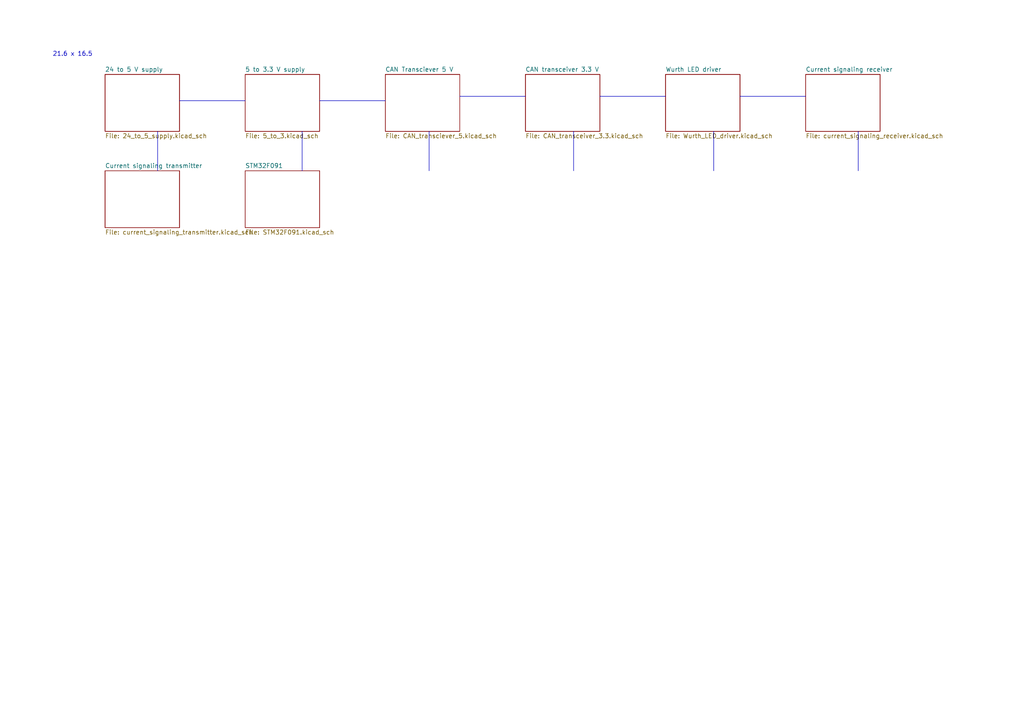
<source format=kicad_sch>
(kicad_sch
	(version 20231120)
	(generator "eeschema")
	(generator_version "8.0")
	(uuid "9805bc69-1175-4e73-a53f-b71c343de45b")
	(paper "A4")
	(title_block
		(title "Schematic Blocks")
		(date "2019-12-05")
		(rev "1.0")
		(company "KTH Formula Student")
		(comment 1 " - ")
		(comment 2 "Jordi Altayó")
		(comment 3 "jordiag@kth.se")
		(comment 4 "Top page")
	)
	(lib_symbols)
	(polyline
		(pts
			(xy 173.99 27.94) (xy 193.04 27.94)
		)
		(stroke
			(width 0)
			(type default)
		)
		(uuid "12b1f318-4814-4ef6-b8d3-aa3c9b2b270e")
	)
	(polyline
		(pts
			(xy 124.46 38.1) (xy 124.46 49.53)
		)
		(stroke
			(width 0)
			(type default)
		)
		(uuid "373daba8-d71d-48a9-ac78-a397a89e1f8f")
	)
	(polyline
		(pts
			(xy 52.07 29.21) (xy 71.12 29.21)
		)
		(stroke
			(width 0)
			(type default)
		)
		(uuid "547b6515-0426-4fbd-a81f-59abb7f62aba")
	)
	(polyline
		(pts
			(xy 214.63 27.94) (xy 233.68 27.94)
		)
		(stroke
			(width 0)
			(type default)
		)
		(uuid "6aa62e5f-d97d-4be1-9118-a12918b8deac")
	)
	(polyline
		(pts
			(xy 166.37 38.1) (xy 166.37 49.53)
		)
		(stroke
			(width 0)
			(type default)
		)
		(uuid "979453ca-20f0-4a97-9adf-eaa72e69ba48")
	)
	(polyline
		(pts
			(xy 92.71 29.21) (xy 111.76 29.21)
		)
		(stroke
			(width 0)
			(type default)
		)
		(uuid "b88fc66f-a1de-4d5b-a1fe-94d411ed9c58")
	)
	(polyline
		(pts
			(xy 248.92 38.1) (xy 248.92 49.53)
		)
		(stroke
			(width 0)
			(type default)
		)
		(uuid "ea30674b-8347-4a37-9dcf-81cc5a4ee38f")
	)
	(polyline
		(pts
			(xy 87.63 38.1) (xy 87.63 49.53)
		)
		(stroke
			(width 0)
			(type default)
		)
		(uuid "ec46d675-815a-48a7-bee6-83986087dd09")
	)
	(polyline
		(pts
			(xy 207.01 38.1) (xy 207.01 49.53)
		)
		(stroke
			(width 0)
			(type default)
		)
		(uuid "fc03915d-0c61-45d1-a1fd-0ef07e4b7e2f")
	)
	(polyline
		(pts
			(xy 45.72 38.1) (xy 45.72 49.53)
		)
		(stroke
			(width 0)
			(type default)
		)
		(uuid "fe1acfdf-e5b4-40dd-95cc-e74cc8ccb749")
	)
	(polyline
		(pts
			(xy 133.35 27.94) (xy 152.4 27.94)
		)
		(stroke
			(width 0)
			(type default)
		)
		(uuid "ff2dffb3-f1dd-47dd-8a69-0cbe32a3c912")
	)
	(text "21.6 x 16.5"
		(exclude_from_sim no)
		(at 15.24 16.51 0)
		(effects
			(font
				(size 1.27 1.27)
			)
			(justify left bottom)
		)
		(uuid "8bd767c7-b337-4bf5-8093-c90dd26e3f84")
	)
	(sheet
		(at 30.48 21.59)
		(size 21.59 16.51)
		(fields_autoplaced yes)
		(stroke
			(width 0)
			(type solid)
		)
		(fill
			(color 0 0 0 0.0000)
		)
		(uuid "00000000-0000-0000-0000-00005de839b2")
		(property "Sheetname" "24 to 5 V supply"
			(at 30.48 20.8784 0)
			(effects
				(font
					(size 1.27 1.27)
				)
				(justify left bottom)
			)
		)
		(property "Sheetfile" "24_to_5_supply.kicad_sch"
			(at 30.48 38.6846 0)
			(effects
				(font
					(size 1.27 1.27)
				)
				(justify left top)
			)
		)
		(instances
			(project "blocks"
				(path "/9805bc69-1175-4e73-a53f-b71c343de45b"
					(page "2")
				)
			)
		)
	)
	(sheet
		(at 71.12 21.59)
		(size 21.59 16.51)
		(fields_autoplaced yes)
		(stroke
			(width 0)
			(type solid)
		)
		(fill
			(color 0 0 0 0.0000)
		)
		(uuid "00000000-0000-0000-0000-00005de839fc")
		(property "Sheetname" "5 to 3.3 V supply"
			(at 71.12 20.8784 0)
			(effects
				(font
					(size 1.27 1.27)
				)
				(justify left bottom)
			)
		)
		(property "Sheetfile" "5_to_3.kicad_sch"
			(at 71.12 38.6846 0)
			(effects
				(font
					(size 1.27 1.27)
				)
				(justify left top)
			)
		)
		(instances
			(project "blocks"
				(path "/9805bc69-1175-4e73-a53f-b71c343de45b"
					(page "4")
				)
			)
		)
	)
	(sheet
		(at 152.4 21.59)
		(size 21.59 16.51)
		(fields_autoplaced yes)
		(stroke
			(width 0)
			(type solid)
		)
		(fill
			(color 0 0 0 0.0000)
		)
		(uuid "00000000-0000-0000-0000-00005de83a8b")
		(property "Sheetname" "CAN transceiver 3.3 V"
			(at 152.4 20.8784 0)
			(effects
				(font
					(size 1.27 1.27)
				)
				(justify left bottom)
			)
		)
		(property "Sheetfile" "CAN_transceiver_3.3.kicad_sch"
			(at 152.4 38.6846 0)
			(effects
				(font
					(size 1.27 1.27)
				)
				(justify left top)
			)
		)
		(instances
			(project "blocks"
				(path "/9805bc69-1175-4e73-a53f-b71c343de45b"
					(page "7")
				)
			)
		)
	)
	(sheet
		(at 193.04 21.59)
		(size 21.59 16.51)
		(fields_autoplaced yes)
		(stroke
			(width 0)
			(type solid)
		)
		(fill
			(color 0 0 0 0.0000)
		)
		(uuid "00000000-0000-0000-0000-00005de83b88")
		(property "Sheetname" "Wurth LED driver"
			(at 193.04 20.8784 0)
			(effects
				(font
					(size 1.27 1.27)
				)
				(justify left bottom)
			)
		)
		(property "Sheetfile" "Wurth_LED_driver.kicad_sch"
			(at 193.04 38.6846 0)
			(effects
				(font
					(size 1.27 1.27)
				)
				(justify left top)
			)
		)
		(instances
			(project "blocks"
				(path "/9805bc69-1175-4e73-a53f-b71c343de45b"
					(page "8")
				)
			)
		)
	)
	(sheet
		(at 233.68 21.59)
		(size 21.59 16.51)
		(fields_autoplaced yes)
		(stroke
			(width 0)
			(type solid)
		)
		(fill
			(color 0 0 0 0.0000)
		)
		(uuid "00000000-0000-0000-0000-00005de842da")
		(property "Sheetname" "Current signaling receiver"
			(at 233.68 20.8784 0)
			(effects
				(font
					(size 1.27 1.27)
				)
				(justify left bottom)
			)
		)
		(property "Sheetfile" "current_signaling_receiver.kicad_sch"
			(at 233.68 38.6846 0)
			(effects
				(font
					(size 1.27 1.27)
				)
				(justify left top)
			)
		)
		(instances
			(project "blocks"
				(path "/9805bc69-1175-4e73-a53f-b71c343de45b"
					(page "9")
				)
			)
		)
	)
	(sheet
		(at 30.48 49.53)
		(size 21.59 16.51)
		(fields_autoplaced yes)
		(stroke
			(width 0)
			(type solid)
		)
		(fill
			(color 0 0 0 0.0000)
		)
		(uuid "00000000-0000-0000-0000-00005de84438")
		(property "Sheetname" "Current signaling transmitter"
			(at 30.48 48.8184 0)
			(effects
				(font
					(size 1.27 1.27)
				)
				(justify left bottom)
			)
		)
		(property "Sheetfile" "current_signaling_transmitter.kicad_sch"
			(at 30.48 66.6246 0)
			(effects
				(font
					(size 1.27 1.27)
				)
				(justify left top)
			)
		)
		(instances
			(project "blocks"
				(path "/9805bc69-1175-4e73-a53f-b71c343de45b"
					(page "3")
				)
			)
		)
	)
	(sheet
		(at 111.76 21.59)
		(size 21.59 16.51)
		(fields_autoplaced yes)
		(stroke
			(width 0)
			(type solid)
		)
		(fill
			(color 0 0 0 0.0000)
		)
		(uuid "00000000-0000-0000-0000-00005deb58f1")
		(property "Sheetname" "CAN Transciever 5 V"
			(at 111.76 20.8784 0)
			(effects
				(font
					(size 1.27 1.27)
				)
				(justify left bottom)
			)
		)
		(property "Sheetfile" "CAN_transciever_5.kicad_sch"
			(at 111.76 38.6846 0)
			(effects
				(font
					(size 1.27 1.27)
				)
				(justify left top)
			)
		)
		(instances
			(project "blocks"
				(path "/9805bc69-1175-4e73-a53f-b71c343de45b"
					(page "6")
				)
			)
		)
	)
	(sheet
		(at 71.12 49.53)
		(size 21.59 16.51)
		(fields_autoplaced yes)
		(stroke
			(width 0)
			(type solid)
		)
		(fill
			(color 0 0 0 0.0000)
		)
		(uuid "00000000-0000-0000-0000-00005fa7effd")
		(property "Sheetname" "STM32F091"
			(at 71.12 48.8184 0)
			(effects
				(font
					(size 1.27 1.27)
				)
				(justify left bottom)
			)
		)
		(property "Sheetfile" "STM32F091.kicad_sch"
			(at 71.12 66.6246 0)
			(effects
				(font
					(size 1.27 1.27)
				)
				(justify left top)
			)
		)
		(instances
			(project "blocks"
				(path "/9805bc69-1175-4e73-a53f-b71c343de45b"
					(page "5")
				)
			)
		)
	)
	(sheet_instances
		(path "/"
			(page "1")
		)
	)
)

</source>
